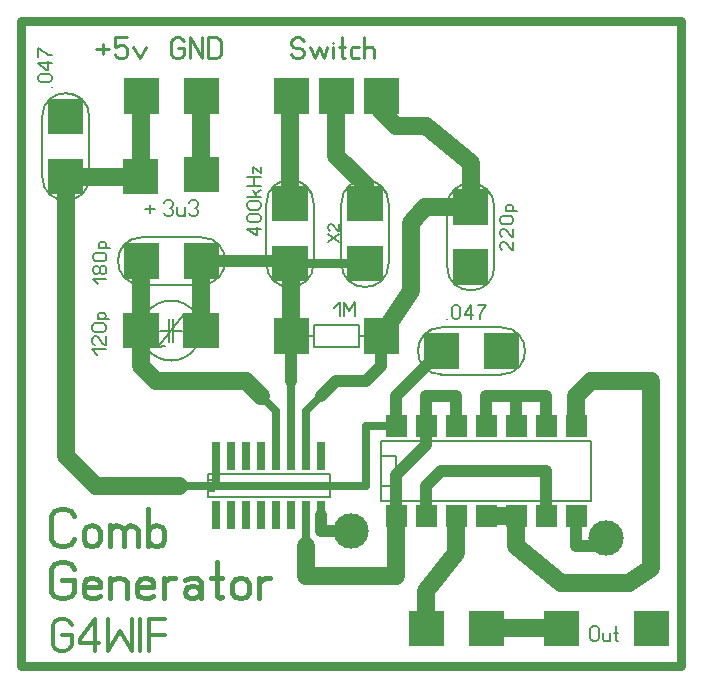
<source format=gbr>
%FSLAX34Y34*%
%MOMM*%
%LNCOPPER_TOP*%
G71*
G01*
%ADD10C, 1.500*%
%ADD11C, 0.700*%
%ADD12C, 3.000*%
%ADD13C, 0.800*%
%ADD14C, 0.150*%
%ADD15C, 0.206*%
%ADD16C, 1.000*%
%ADD17C, 0.159*%
%ADD18C, 0.222*%
%ADD19C, 0.156*%
%ADD20C, 0.333*%
%ADD21C, 0.389*%
%ADD22R, 0.800X2.400*%
%ADD23C, 0.167*%
%LPD*%
G54D10*
X231775Y-425450D02*
X231775Y-450850D01*
X307975Y-450850D01*
X307975Y-400050D01*
G54D11*
X307975Y-323850D02*
X282575Y-323850D01*
X282575Y-374650D01*
X79375Y-374650D01*
X485775Y-419100D02*
G54D12*
D03*
G54D13*
X409575Y-425450D02*
X409575Y-400050D01*
G36*
X157502Y-258120D02*
X127502Y-258120D01*
X127502Y-228120D01*
X157502Y-228120D01*
X157502Y-258120D01*
G37*
G36*
X106702Y-258120D02*
X76702Y-258120D01*
X76702Y-228120D01*
X106702Y-228120D01*
X106702Y-258120D01*
G37*
G54D14*
G75*
G01X96553Y-258049D02*
G03X137908Y-257688I20549J14929D01*
G01*
G54D14*
G75*
G01X137908Y-228551D02*
G03X96553Y-228190I-20806J-14569D01*
G01*
G54D14*
X118702Y-252720D02*
X118702Y-233520D01*
G54D14*
X115502Y-252720D02*
X115502Y-233520D01*
G54D14*
X118702Y-243120D02*
X126602Y-243120D01*
G54D14*
X115502Y-243120D02*
X107602Y-243120D01*
G54D14*
X128202Y-228820D02*
X106002Y-257420D01*
X106002Y-251020D01*
G54D14*
X106002Y-257420D02*
X112302Y-255820D01*
G54D15*
X54508Y-263411D02*
X50175Y-259077D01*
X61731Y-259077D01*
G54D15*
X61731Y-248100D02*
X61731Y-255034D01*
X61008Y-255034D01*
X59564Y-254167D01*
X55231Y-248967D01*
X53786Y-248100D01*
X52342Y-248100D01*
X50897Y-248967D01*
X50175Y-250700D01*
X50175Y-252434D01*
X50897Y-254167D01*
X52342Y-255034D01*
G54D15*
X52342Y-237123D02*
X59564Y-237123D01*
X61008Y-237990D01*
X61731Y-239723D01*
X61731Y-241457D01*
X61008Y-243190D01*
X59564Y-244057D01*
X52342Y-244057D01*
X50897Y-243190D01*
X50175Y-241457D01*
X50175Y-239723D01*
X50897Y-237990D01*
X52342Y-237123D01*
G54D15*
X55231Y-233080D02*
X64619Y-233080D01*
G54D15*
X59564Y-233080D02*
X61442Y-232213D01*
X61731Y-230480D01*
X61442Y-228746D01*
X59997Y-227880D01*
X57108Y-227880D01*
X55664Y-228746D01*
X55231Y-230480D01*
X55664Y-232213D01*
X57397Y-233080D01*
G36*
X318375Y-480300D02*
X348375Y-480300D01*
X348375Y-510300D01*
X318375Y-510300D01*
X318375Y-480300D01*
G37*
G36*
X369175Y-480300D02*
X399175Y-480300D01*
X399175Y-510300D01*
X369175Y-510300D01*
X369175Y-480300D01*
G37*
G54D10*
X358775Y-400050D02*
X358775Y-431800D01*
X333375Y-463550D01*
X333375Y-495300D01*
G54D16*
X460375Y-400050D02*
X460375Y-425450D01*
G54D16*
X409575Y-311150D02*
X409575Y-323850D01*
X409575Y-298450D01*
X434975Y-298450D01*
X434975Y-323850D01*
G54D16*
X384175Y-298450D02*
X384175Y-323850D01*
G54D16*
X333375Y-323850D02*
X333375Y-298450D01*
X358775Y-298450D01*
X358775Y-323850D01*
G54D14*
X346075Y-240350D02*
X396875Y-240350D01*
G54D14*
X346075Y-280350D02*
X396875Y-280350D01*
G54D14*
G75*
G01X346075Y-240403D02*
G03X326125Y-260353I0J-19950D01*
G01*
G54D14*
G75*
G01X346075Y-240403D02*
G03X346075Y-280303I0J-19950D01*
G01*
G54D14*
G75*
G01X396875Y-280297D02*
G03X396875Y-240397I0J19950D01*
G01*
G36*
X331075Y-245350D02*
X361075Y-245350D01*
X361075Y-275350D01*
X331075Y-275350D01*
X331075Y-245350D01*
G37*
G36*
X381875Y-245350D02*
X411875Y-245350D01*
X411875Y-275350D01*
X381875Y-275350D01*
X381875Y-245350D01*
G37*
G54D15*
X325375Y-213600D02*
X325375Y-213600D01*
G54D15*
X350775Y-233100D02*
X350775Y-233100D01*
G54D15*
X361752Y-223711D02*
X361752Y-230933D01*
X360886Y-232378D01*
X359152Y-233100D01*
X357419Y-233100D01*
X355686Y-232378D01*
X354819Y-230933D01*
X354819Y-223711D01*
X355686Y-222267D01*
X357419Y-221544D01*
X359152Y-221544D01*
X360886Y-222267D01*
X361752Y-223711D01*
G54D15*
X370996Y-233100D02*
X370996Y-221544D01*
X365796Y-228767D01*
X365796Y-230211D01*
X372729Y-230211D01*
G54D15*
X376773Y-221544D02*
X383706Y-221544D01*
X382840Y-222989D01*
X381106Y-225156D01*
X379373Y-228044D01*
X378506Y-230211D01*
X378506Y-233100D01*
G54D16*
X307975Y-323850D02*
X307975Y-298450D01*
X346075Y-260350D01*
X269875Y-412750D02*
G54D12*
D03*
G54D14*
X92075Y-164150D02*
X142875Y-164150D01*
G54D14*
X92075Y-204150D02*
X142875Y-204150D01*
G54D14*
G75*
G01X92075Y-164203D02*
G03X72125Y-184153I0J-19950D01*
G01*
G54D14*
G75*
G01X92075Y-164203D02*
G03X92075Y-204103I0J-19950D01*
G01*
G54D14*
G75*
G01X142875Y-204097D02*
G03X142875Y-164197I0J19950D01*
G01*
G36*
X77075Y-169150D02*
X107075Y-169150D01*
X107075Y-199150D01*
X77075Y-199150D01*
X77075Y-169150D01*
G37*
G36*
X127875Y-169150D02*
X157875Y-169150D01*
X157875Y-199150D01*
X127875Y-199150D01*
X127875Y-169150D01*
G37*
G54D15*
X55221Y-203667D02*
X50887Y-199334D01*
X62443Y-199334D01*
G54D15*
X56665Y-190957D02*
X56665Y-192690D01*
X55943Y-194423D01*
X54499Y-195290D01*
X53054Y-195290D01*
X51610Y-194423D01*
X50887Y-192690D01*
X50887Y-190957D01*
X51610Y-189223D01*
X53054Y-188357D01*
X54499Y-188357D01*
X55943Y-189223D01*
X56665Y-190957D01*
X57387Y-189223D01*
X58832Y-188357D01*
X60276Y-188357D01*
X61721Y-189223D01*
X62443Y-190957D01*
X62443Y-192690D01*
X61721Y-194423D01*
X60276Y-195290D01*
X58832Y-195290D01*
X57387Y-194423D01*
X56665Y-192690D01*
G54D15*
X53054Y-177380D02*
X60276Y-177380D01*
X61721Y-178246D01*
X62443Y-179980D01*
X62443Y-181713D01*
X61721Y-183446D01*
X60276Y-184313D01*
X53054Y-184313D01*
X51610Y-183446D01*
X50887Y-181713D01*
X50887Y-179980D01*
X51610Y-178246D01*
X53054Y-177380D01*
G54D15*
X55943Y-173336D02*
X65332Y-173336D01*
G54D15*
X60276Y-173336D02*
X62154Y-172469D01*
X62443Y-170736D01*
X62154Y-169003D01*
X60710Y-168136D01*
X57821Y-168136D01*
X56376Y-169003D01*
X55943Y-170736D01*
X56376Y-172469D01*
X58110Y-173336D01*
G54D14*
X237866Y-135456D02*
X237866Y-186256D01*
G54D14*
X197866Y-135456D02*
X197866Y-186256D01*
G54D14*
G75*
G01X237813Y-135456D02*
G03X217863Y-115506I-19950J0D01*
G01*
G54D14*
G75*
G01X237813Y-135456D02*
G03X197913Y-135456I-19950J0D01*
G01*
G54D14*
G75*
G01X197919Y-186256D02*
G03X237819Y-186256I19950J0D01*
G01*
G36*
X232866Y-120456D02*
X232866Y-150456D01*
X202866Y-150456D01*
X202866Y-120456D01*
X232866Y-120456D01*
G37*
G36*
X232866Y-171256D02*
X232866Y-201256D01*
X202866Y-201256D01*
X202866Y-171256D01*
X232866Y-171256D01*
G37*
G54D15*
X193171Y-157399D02*
X181616Y-157399D01*
X188838Y-162599D01*
X190282Y-162599D01*
X190282Y-155665D01*
G54D15*
X183782Y-144688D02*
X191004Y-144688D01*
X192449Y-145555D01*
X193171Y-147288D01*
X193171Y-149022D01*
X192449Y-150755D01*
X191004Y-151622D01*
X183782Y-151622D01*
X182338Y-150755D01*
X181616Y-149022D01*
X181616Y-147288D01*
X182338Y-145555D01*
X183782Y-144688D01*
G54D15*
X183782Y-133711D02*
X191004Y-133711D01*
X192449Y-134578D01*
X193171Y-136311D01*
X193171Y-138045D01*
X192449Y-139778D01*
X191004Y-140645D01*
X183782Y-140645D01*
X182338Y-139778D01*
X181616Y-138045D01*
X181616Y-136311D01*
X182338Y-134578D01*
X183782Y-133711D01*
G54D15*
X193171Y-129668D02*
X181616Y-129668D01*
G54D15*
X188838Y-127068D02*
X193171Y-124468D01*
G54D15*
X190282Y-129668D02*
X186671Y-124468D01*
G54D15*
X193171Y-120424D02*
X181616Y-120424D01*
G54D15*
X193171Y-113490D02*
X181616Y-113490D01*
G54D15*
X187393Y-120424D02*
X187393Y-113490D01*
G54D15*
X186671Y-109447D02*
X186671Y-104247D01*
X193171Y-109447D01*
X193171Y-104247D01*
G54D16*
X142875Y-184150D02*
X215760Y-184150D01*
X217866Y-186256D01*
G54D14*
X301366Y-135456D02*
X301366Y-186256D01*
G54D14*
X261366Y-135456D02*
X261366Y-186256D01*
G54D14*
G75*
G01X301313Y-135456D02*
G03X281363Y-115506I-19950J0D01*
G01*
G54D14*
G75*
G01X301313Y-135456D02*
G03X261413Y-135456I-19950J0D01*
G01*
G54D14*
G75*
G01X261419Y-186256D02*
G03X301319Y-186256I19950J0D01*
G01*
G36*
X296366Y-120456D02*
X296366Y-150456D01*
X266366Y-150456D01*
X266366Y-120456D01*
X296366Y-120456D01*
G37*
G36*
X296366Y-171256D02*
X296366Y-201256D01*
X266366Y-201256D01*
X266366Y-171256D01*
X296366Y-171256D01*
G37*
G54D17*
X250074Y-168384D02*
X258963Y-161718D01*
G54D17*
X258963Y-168384D02*
X250074Y-161718D01*
G54D17*
X258963Y-153273D02*
X258963Y-158606D01*
X258407Y-158606D01*
X257296Y-157940D01*
X253963Y-153940D01*
X252852Y-153273D01*
X251740Y-153273D01*
X250629Y-153940D01*
X250074Y-155273D01*
X250074Y-156606D01*
X250629Y-157940D01*
X251740Y-158606D01*
G36*
X204075Y-29450D02*
X234075Y-29450D01*
X234075Y-59450D01*
X204075Y-59450D01*
X204075Y-29450D01*
G37*
G36*
X242175Y-29450D02*
X272175Y-29450D01*
X272175Y-59450D01*
X242175Y-59450D01*
X242175Y-29450D01*
G37*
G36*
X280275Y-29450D02*
X310275Y-29450D01*
X310275Y-59450D01*
X280275Y-59450D01*
X280275Y-29450D01*
G37*
G54D13*
X217866Y-186256D02*
X281366Y-186256D01*
G54D10*
X217866Y-135456D02*
X217866Y-58359D01*
X219075Y-57150D01*
G54D10*
X281366Y-135456D02*
X281366Y-119441D01*
X257175Y-95250D01*
X257175Y-57150D01*
G54D18*
X219075Y-9367D02*
X220408Y-11589D01*
X223075Y-12700D01*
X225742Y-12700D01*
X228408Y-11589D01*
X229742Y-9367D01*
X229742Y-7144D01*
X228408Y-4922D01*
X225742Y-3811D01*
X223075Y-3811D01*
X220408Y-2700D01*
X219075Y-478D01*
X219075Y1744D01*
X220408Y3967D01*
X223075Y5078D01*
X225742Y5078D01*
X228408Y3967D01*
X229742Y1744D01*
G54D18*
X234631Y-2700D02*
X238631Y-12700D01*
X242631Y-2700D01*
X246631Y-12700D01*
X249298Y-2700D01*
G54D18*
X254187Y-12700D02*
X254187Y-2700D01*
G54D18*
X254187Y633D02*
X254187Y633D01*
G54D18*
X261743Y5078D02*
X261743Y-11589D01*
X263076Y-12700D01*
X264409Y-12256D01*
G54D18*
X259076Y-2700D02*
X264409Y-2700D01*
G54D18*
X275965Y-3367D02*
X273298Y-2700D01*
X270631Y-3367D01*
X269298Y-5589D01*
X269298Y-10033D01*
X270631Y-12256D01*
X273298Y-12700D01*
X275965Y-12256D01*
G54D18*
X280854Y-12700D02*
X280854Y5078D01*
G54D18*
X280854Y-5589D02*
X282187Y-3367D01*
X284854Y-2700D01*
X287521Y-3367D01*
X288854Y-5589D01*
X288854Y-12700D01*
G54D16*
X244475Y-298450D02*
X257175Y-285750D01*
X282575Y-285750D01*
X295275Y-273050D01*
X295275Y-247650D01*
G54D14*
X390861Y-138332D02*
X390861Y-189132D01*
G54D14*
X350861Y-138332D02*
X350861Y-189132D01*
G54D14*
G75*
G01X390808Y-138332D02*
G03X370858Y-118382I-19950J0D01*
G01*
G54D14*
G75*
G01X390808Y-138332D02*
G03X350908Y-138332I-19950J0D01*
G01*
G54D14*
G75*
G01X350914Y-189132D02*
G03X390814Y-189132I19950J0D01*
G01*
G36*
X385861Y-123332D02*
X385861Y-153332D01*
X355861Y-153332D01*
X355861Y-123332D01*
X385861Y-123332D01*
G37*
G36*
X385861Y-174132D02*
X385861Y-204132D01*
X355861Y-204132D01*
X355861Y-174132D01*
X385861Y-174132D01*
G37*
G54D15*
X406916Y-167910D02*
X406916Y-174844D01*
X406194Y-174844D01*
X404750Y-173977D01*
X400416Y-168777D01*
X398972Y-167910D01*
X397527Y-167910D01*
X396083Y-168777D01*
X395361Y-170510D01*
X395361Y-172244D01*
X396083Y-173977D01*
X397527Y-174844D01*
G54D15*
X406916Y-156933D02*
X406916Y-163867D01*
X406194Y-163867D01*
X404750Y-163000D01*
X400416Y-157800D01*
X398972Y-156933D01*
X397527Y-156933D01*
X396083Y-157800D01*
X395361Y-159533D01*
X395361Y-161267D01*
X396083Y-163000D01*
X397527Y-163867D01*
G54D15*
X397527Y-145956D02*
X404750Y-145956D01*
X406194Y-146823D01*
X406916Y-148556D01*
X406916Y-150290D01*
X406194Y-152023D01*
X404750Y-152890D01*
X397527Y-152890D01*
X396083Y-152023D01*
X395361Y-150290D01*
X395361Y-148556D01*
X396083Y-146823D01*
X397527Y-145956D01*
G54D15*
X400416Y-141913D02*
X409805Y-141913D01*
G54D15*
X404750Y-141913D02*
X406627Y-141046D01*
X406916Y-139313D01*
X406627Y-137579D01*
X405183Y-136713D01*
X402294Y-136713D01*
X400850Y-137579D01*
X400416Y-139313D01*
X400850Y-141046D01*
X402583Y-141913D01*
G54D10*
X295275Y-247650D02*
X320675Y-209550D01*
X320675Y-152400D01*
X331811Y-138332D01*
X370861Y-138332D01*
G54D10*
X370861Y-138332D02*
X370858Y-118382D01*
X370861Y-100986D01*
X333375Y-69850D01*
X307975Y-69850D01*
X295275Y-57150D01*
G36*
X127875Y-29450D02*
X157875Y-29450D01*
X157875Y-59450D01*
X127875Y-59450D01*
X127875Y-29450D01*
G37*
G36*
X77075Y-29450D02*
X107075Y-29450D01*
X107075Y-59450D01*
X77075Y-59450D01*
X77075Y-29450D01*
G37*
G54D18*
X53975Y-4922D02*
X64642Y-4922D01*
G54D18*
X59308Y-478D02*
X59308Y-9367D01*
G54D18*
X80198Y5078D02*
X69531Y5078D01*
X69531Y-2700D01*
X70864Y-2700D01*
X73531Y-1589D01*
X76198Y-1589D01*
X78864Y-2700D01*
X80198Y-4922D01*
X80198Y-9367D01*
X78864Y-11589D01*
X76198Y-12700D01*
X73531Y-12700D01*
X70864Y-11589D01*
X69531Y-9367D01*
G54D18*
X85087Y-2700D02*
X90420Y-12700D01*
X95754Y-2700D01*
G54D18*
X122808Y-3811D02*
X128142Y-3811D01*
X128142Y-9367D01*
X126808Y-11589D01*
X124142Y-12700D01*
X121475Y-12700D01*
X118808Y-11589D01*
X117475Y-9367D01*
X117475Y1744D01*
X118808Y3967D01*
X121475Y5078D01*
X124142Y5078D01*
X126808Y3967D01*
X128142Y1744D01*
G54D18*
X133031Y-12700D02*
X133031Y5078D01*
X143698Y-12700D01*
X143698Y5078D01*
G54D18*
X148587Y-12700D02*
X148587Y5078D01*
X155254Y5078D01*
X157920Y3967D01*
X159254Y1744D01*
X159254Y-9367D01*
X157920Y-11589D01*
X155254Y-12700D01*
X148587Y-12700D01*
G54D16*
X269875Y-412750D02*
X257175Y-412750D01*
G54D10*
X193675Y-298450D02*
X180975Y-285750D01*
X104775Y-285750D01*
X92075Y-273050D01*
X92075Y-243493D01*
X91702Y-243120D01*
X91702Y-184523D01*
X92075Y-184150D01*
G54D10*
X142502Y-243120D02*
X142502Y-184523D01*
X142875Y-184150D01*
G54D16*
X219075Y-285750D02*
X219075Y-247650D01*
G54D13*
X-9525Y19050D02*
X549275Y19050D01*
X549275Y-527050D01*
X-9525Y-527050D01*
X-9525Y19050D01*
G36*
X432675Y-480300D02*
X462675Y-480300D01*
X462675Y-510300D01*
X432675Y-510300D01*
X432675Y-480300D01*
G37*
G54D10*
X384175Y-495300D02*
X447675Y-495300D01*
G36*
X508875Y-480300D02*
X538875Y-480300D01*
X538875Y-510300D01*
X508875Y-510300D01*
X508875Y-480300D01*
G37*
G54D19*
X479462Y-495926D02*
X479462Y-503704D01*
X478529Y-505259D01*
X476662Y-506037D01*
X474796Y-506037D01*
X472929Y-505259D01*
X471996Y-503704D01*
X471996Y-495926D01*
X472929Y-494370D01*
X474796Y-493593D01*
X476662Y-493593D01*
X478529Y-494370D01*
X479462Y-495926D01*
G54D19*
X488484Y-499037D02*
X488484Y-506037D01*
G54D19*
X488484Y-504482D02*
X487551Y-505726D01*
X485684Y-506037D01*
X483818Y-505726D01*
X482884Y-504482D01*
X482884Y-499037D01*
G54D19*
X493773Y-493593D02*
X493773Y-505259D01*
X494706Y-506037D01*
X495640Y-505726D01*
G54D19*
X491906Y-499037D02*
X495640Y-499037D01*
G54D20*
X25051Y-500882D02*
X33051Y-500882D01*
X33051Y-509216D01*
X31051Y-512549D01*
X27051Y-514216D01*
X23051Y-514216D01*
X19051Y-512549D01*
X17051Y-509216D01*
X17051Y-492549D01*
X19051Y-489216D01*
X23051Y-487549D01*
X27051Y-487549D01*
X31051Y-489216D01*
X33051Y-492549D01*
G54D20*
X52384Y-514216D02*
X52384Y-487549D01*
X40384Y-504216D01*
X40384Y-507549D01*
X56384Y-507549D01*
G54D20*
X63717Y-487549D02*
X63717Y-514216D01*
X73717Y-497549D01*
X83717Y-514216D01*
X83717Y-487549D01*
G54D20*
X91050Y-514216D02*
X91050Y-487549D01*
G54D20*
X98383Y-514216D02*
X98383Y-487549D01*
X112383Y-487549D01*
G54D20*
X98383Y-500882D02*
X112383Y-500882D01*
G54D21*
X34542Y-419617D02*
X32208Y-423506D01*
X27542Y-425450D01*
X22875Y-425450D01*
X18208Y-423506D01*
X15875Y-419617D01*
X15875Y-400172D01*
X18208Y-396283D01*
X22875Y-394339D01*
X27542Y-394339D01*
X32208Y-396283D01*
X34542Y-400172D01*
G54D21*
X57098Y-420783D02*
X57098Y-413006D01*
X54765Y-409117D01*
X50098Y-407950D01*
X45431Y-409117D01*
X43098Y-413006D01*
X43098Y-420783D01*
X45431Y-424672D01*
X50098Y-425450D01*
X54765Y-424672D01*
X57098Y-420783D01*
G54D21*
X65654Y-425450D02*
X65654Y-407950D01*
G54D21*
X65654Y-411061D02*
X70321Y-407950D01*
X74987Y-409117D01*
X77321Y-411839D01*
X77321Y-425450D01*
G54D21*
X77321Y-411061D02*
X81987Y-407950D01*
X86654Y-409117D01*
X88987Y-411839D01*
X88987Y-425450D01*
G54D21*
X97543Y-425450D02*
X97543Y-394339D01*
G54D21*
X97543Y-413006D02*
X99876Y-409117D01*
X104543Y-407950D01*
X109210Y-409117D01*
X111543Y-413006D01*
X111543Y-420783D01*
X109210Y-424672D01*
X104543Y-425450D01*
X99876Y-424672D01*
X97543Y-420783D01*
G54D21*
X25208Y-454344D02*
X34542Y-454344D01*
X34542Y-464067D01*
X32208Y-467956D01*
X27542Y-469900D01*
X22875Y-469900D01*
X18208Y-467956D01*
X15875Y-464067D01*
X15875Y-444622D01*
X18208Y-440733D01*
X22875Y-438789D01*
X27542Y-438789D01*
X32208Y-440733D01*
X34542Y-444622D01*
G54D21*
X57098Y-467956D02*
X53365Y-469900D01*
X48698Y-469900D01*
X44031Y-467956D01*
X43098Y-464067D01*
X43098Y-457456D01*
X45431Y-453567D01*
X50098Y-452400D01*
X54765Y-453567D01*
X57098Y-456289D01*
X57098Y-460178D01*
X43098Y-460178D01*
G54D21*
X65654Y-469900D02*
X65654Y-452400D01*
G54D21*
X65654Y-456289D02*
X67987Y-453567D01*
X72654Y-452400D01*
X77321Y-453567D01*
X79654Y-456289D01*
X79654Y-469900D01*
G54D21*
X102210Y-467956D02*
X98477Y-469900D01*
X93810Y-469900D01*
X89143Y-467956D01*
X88210Y-464067D01*
X88210Y-457456D01*
X90543Y-453567D01*
X95210Y-452400D01*
X99877Y-453567D01*
X102210Y-456289D01*
X102210Y-460178D01*
X88210Y-460178D01*
G54D21*
X110766Y-469900D02*
X110766Y-452400D01*
G54D21*
X110766Y-456289D02*
X115433Y-452400D01*
X120099Y-452400D01*
G54D21*
X128655Y-454344D02*
X133322Y-452400D01*
X138922Y-452400D01*
X142655Y-456289D01*
X142655Y-469900D01*
G54D21*
X142655Y-464067D02*
X140322Y-460178D01*
X135655Y-459400D01*
X130988Y-460178D01*
X128655Y-464067D01*
X129588Y-467956D01*
X133322Y-469900D01*
X135655Y-469900D01*
X136588Y-469900D01*
X140322Y-467956D01*
X142655Y-464067D01*
G54D21*
X155878Y-438789D02*
X155878Y-467956D01*
X158211Y-469900D01*
X160544Y-469122D01*
G54D21*
X151211Y-452400D02*
X160544Y-452400D01*
G54D21*
X183100Y-465233D02*
X183100Y-457456D01*
X180767Y-453567D01*
X176100Y-452400D01*
X171433Y-453567D01*
X169100Y-457456D01*
X169100Y-465233D01*
X171433Y-469122D01*
X176100Y-469900D01*
X180767Y-469122D01*
X183100Y-465233D01*
G54D21*
X191656Y-469900D02*
X191656Y-452400D01*
G54D21*
X191656Y-456289D02*
X196323Y-452400D01*
X200989Y-452400D01*
G54D14*
X47981Y-62083D02*
X47981Y-112883D01*
G54D14*
X7981Y-62083D02*
X7981Y-112883D01*
G54D14*
G75*
G01X47928Y-62083D02*
G03X27978Y-42133I-19950J0D01*
G01*
G54D14*
G75*
G01X47928Y-62083D02*
G03X8028Y-62083I-19950J0D01*
G01*
G54D14*
G75*
G01X8034Y-112883D02*
G03X47934Y-112883I19950J0D01*
G01*
G36*
X42981Y-47083D02*
X42981Y-77083D01*
X12981Y-77083D01*
X12981Y-47083D01*
X42981Y-47083D01*
G37*
G36*
X42981Y-97883D02*
X42981Y-127883D01*
X12981Y-127883D01*
X12981Y-97883D01*
X42981Y-97883D01*
G37*
G54D15*
X15987Y-37136D02*
X15987Y-37136D01*
G54D15*
X6598Y-26159D02*
X13820Y-26159D01*
X15265Y-27026D01*
X15987Y-28759D01*
X15987Y-30492D01*
X15265Y-32226D01*
X13820Y-33092D01*
X6598Y-33092D01*
X5153Y-32226D01*
X4431Y-30492D01*
X4431Y-28759D01*
X5153Y-27026D01*
X6598Y-26159D01*
G54D15*
X15987Y-16915D02*
X4431Y-16915D01*
X11653Y-22115D01*
X13098Y-22115D01*
X13098Y-15182D01*
G54D15*
X4431Y-11138D02*
X4431Y-4205D01*
X5876Y-5072D01*
X8042Y-6805D01*
X10931Y-8538D01*
X13098Y-9405D01*
X15987Y-9405D01*
G54D10*
X219075Y-247650D02*
X219075Y-187465D01*
X217866Y-186256D01*
G54D14*
X148575Y-364250D02*
X148575Y-384250D01*
X251475Y-384250D01*
X251475Y-364250D01*
X148575Y-364250D01*
G54D14*
X148575Y-369250D02*
X148575Y-379250D01*
X153575Y-379250D01*
X153575Y-369250D01*
X148575Y-369250D01*
X155575Y-399250D02*
G54D22*
D03*
X168275Y-399250D02*
G54D22*
D03*
X180975Y-399250D02*
G54D22*
D03*
X193675Y-399250D02*
G54D22*
D03*
X206375Y-399250D02*
G54D22*
D03*
X219075Y-399250D02*
G54D22*
D03*
X231775Y-399250D02*
G54D22*
D03*
X244475Y-399250D02*
G54D22*
D03*
X244475Y-349250D02*
G54D22*
D03*
X231775Y-349250D02*
G54D22*
D03*
X219075Y-349250D02*
G54D22*
D03*
X206375Y-349250D02*
G54D22*
D03*
X193675Y-349250D02*
G54D22*
D03*
X180975Y-349250D02*
G54D22*
D03*
X168275Y-349250D02*
G54D22*
D03*
X155575Y-349250D02*
G54D22*
D03*
G54D11*
X244475Y-298450D02*
X231775Y-311150D01*
X231775Y-349250D01*
G54D11*
X219075Y-349250D02*
X219075Y-285750D01*
G54D11*
X206375Y-349250D02*
X206375Y-311150D01*
X193675Y-298450D01*
G54D11*
X155575Y-349250D02*
X155575Y-374650D01*
G54D11*
X231775Y-399250D02*
X231775Y-425450D01*
G54D16*
X244475Y-399250D02*
X244475Y-412750D01*
X257175Y-412750D01*
G54D14*
X295275Y-336550D02*
X295275Y-387350D01*
X473075Y-387350D01*
X473075Y-336550D01*
X295275Y-336550D01*
G54D14*
X295275Y-349250D02*
X295275Y-374650D01*
X307975Y-374650D01*
X307975Y-349250D01*
X295275Y-349250D01*
G36*
X298975Y-391050D02*
X316975Y-391050D01*
X316975Y-409050D01*
X298975Y-409050D01*
X298975Y-391050D01*
G37*
G36*
X324375Y-391050D02*
X342375Y-391050D01*
X342375Y-409050D01*
X324375Y-409050D01*
X324375Y-391050D01*
G37*
G36*
X349775Y-391050D02*
X367775Y-391050D01*
X367775Y-409050D01*
X349775Y-409050D01*
X349775Y-391050D01*
G37*
G36*
X375175Y-391050D02*
X393175Y-391050D01*
X393175Y-409050D01*
X375175Y-409050D01*
X375175Y-391050D01*
G37*
G36*
X400575Y-391050D02*
X418575Y-391050D01*
X418575Y-409050D01*
X400575Y-409050D01*
X400575Y-391050D01*
G37*
G36*
X425975Y-391050D02*
X443975Y-391050D01*
X443975Y-409050D01*
X425975Y-409050D01*
X425975Y-391050D01*
G37*
G36*
X451375Y-391050D02*
X469375Y-391050D01*
X469375Y-409050D01*
X451375Y-409050D01*
X451375Y-391050D01*
G37*
G36*
X451375Y-314850D02*
X469375Y-314850D01*
X469375Y-332850D01*
X451375Y-332850D01*
X451375Y-314850D01*
G37*
G36*
X425975Y-314850D02*
X443975Y-314850D01*
X443975Y-332850D01*
X425975Y-332850D01*
X425975Y-314850D01*
G37*
G36*
X400575Y-314850D02*
X418575Y-314850D01*
X418575Y-332850D01*
X400575Y-332850D01*
X400575Y-314850D01*
G37*
G36*
X375175Y-314850D02*
X393175Y-314850D01*
X393175Y-332850D01*
X375175Y-332850D01*
X375175Y-314850D01*
G37*
G36*
X349775Y-314850D02*
X367775Y-314850D01*
X367775Y-332850D01*
X349775Y-332850D01*
X349775Y-314850D01*
G37*
G36*
X324375Y-314850D02*
X342375Y-314850D01*
X342375Y-332850D01*
X324375Y-332850D01*
X324375Y-314850D01*
G37*
G36*
X298975Y-314850D02*
X316975Y-314850D01*
X316975Y-332850D01*
X298975Y-332850D01*
X298975Y-314850D01*
G37*
G54D16*
X384175Y-298450D02*
X409575Y-298450D01*
X384175Y-298450D01*
G54D10*
X384175Y-400050D02*
X409575Y-400050D01*
G36*
X204075Y-232650D02*
X234075Y-232650D01*
X234075Y-262650D01*
X204075Y-262650D01*
X204075Y-232650D01*
G37*
G36*
X280275Y-232650D02*
X310275Y-232650D01*
X310275Y-262650D01*
X280275Y-262650D01*
X280275Y-232650D01*
G37*
G54D14*
X238175Y-257150D02*
X238175Y-238150D01*
X276175Y-238150D01*
X276175Y-257150D01*
X238175Y-257150D01*
G54D14*
X238075Y-247650D02*
X230175Y-247650D01*
G54D14*
X276175Y-247650D02*
X284075Y-247650D01*
G54D15*
X255495Y-223678D02*
X259828Y-219344D01*
X259828Y-230900D01*
G54D15*
X263872Y-230900D02*
X263872Y-219344D01*
X268205Y-226567D01*
X272539Y-219344D01*
X272539Y-230900D01*
G54D10*
X123825Y-374650D02*
X53975Y-374650D01*
X28575Y-349250D01*
X27981Y-112883D01*
X91481Y-112883D01*
X92075Y-57150D01*
G54D10*
X460375Y-323850D02*
X460375Y-298450D01*
X473075Y-285750D01*
X523875Y-285750D01*
X523875Y-444500D01*
X504825Y-457200D01*
X447675Y-457200D01*
X409575Y-425450D01*
X409575Y-400050D01*
G54D16*
X485775Y-425450D02*
X460375Y-425450D01*
G36*
X76481Y-97883D02*
X106481Y-97883D01*
X106481Y-127883D01*
X76481Y-127883D01*
X76481Y-97883D01*
G37*
G36*
X127875Y-96125D02*
X157875Y-96125D01*
X157875Y-126125D01*
X127875Y-126125D01*
X127875Y-96125D01*
G37*
G54D23*
X95333Y-140217D02*
X103333Y-140217D01*
G54D23*
X99333Y-136883D02*
X99333Y-143550D01*
G54D23*
X110867Y-135217D02*
X111867Y-133550D01*
X113867Y-132717D01*
X115867Y-132717D01*
X117867Y-133550D01*
X118867Y-135217D01*
X118867Y-136883D01*
X117867Y-138550D01*
X115867Y-139383D01*
X117867Y-140217D01*
X118867Y-141883D01*
X118867Y-143550D01*
X117867Y-145217D01*
X115867Y-146050D01*
X113867Y-146050D01*
X111867Y-145217D01*
X110867Y-143550D01*
G54D23*
X128534Y-138550D02*
X128534Y-146050D01*
G54D23*
X128534Y-144383D02*
X127534Y-145717D01*
X125534Y-146050D01*
X123534Y-145717D01*
X122534Y-144383D01*
X122534Y-138550D01*
G54D23*
X132201Y-135217D02*
X133201Y-133550D01*
X135201Y-132717D01*
X137201Y-132717D01*
X139201Y-133550D01*
X140201Y-135217D01*
X140201Y-136883D01*
X139201Y-138550D01*
X137201Y-139383D01*
X139201Y-140217D01*
X140201Y-141883D01*
X140201Y-143550D01*
X139201Y-145217D01*
X137201Y-146050D01*
X135201Y-146050D01*
X133201Y-145217D01*
X132201Y-143550D01*
G54D10*
X142875Y-57150D02*
X142875Y-111125D01*
G54D16*
X333375Y-400050D02*
X333375Y-374650D01*
X346075Y-361950D01*
X434975Y-361950D01*
X434975Y-400050D01*
G54D16*
X307975Y-400050D02*
X307975Y-365125D01*
X333375Y-339725D01*
X333375Y-323850D01*
M02*

</source>
